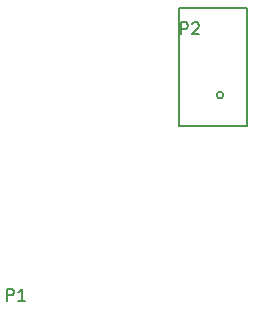
<source format=gbr>
*
%LPD*%
%LNChip Antenna-F.SilkS*%
%FSLAX25Y25*%
%MOIN*%
%AD*%
%AD*%
%ADD27C,0.005905512*%
G54D27*
%SRX1Y1I0.0J0.0*%
G1X148953Y48772D2*
G75*
G3X148953Y48772I-1114J0D1*
G74*
G1X156698Y38457D2*
G1X134178Y38457D1*
G1X156737Y77945D2*
G1X134178Y77945D1*
G1X134217Y77866D1*
G1X134178Y77906D2*
G1X134178Y38535D1*
G1X156776Y77906D2*
G1X156776Y38535D1*
G1X76850Y-19742D2*
G1X76850Y-15805D1*
G1X78350Y-15805D1*
G1X78725Y-15992D1*
G1X78912Y-16180D1*
G1X79100Y-16555D1*
G1X79100Y-17117D1*
G1X78912Y-17492D1*
G1X78725Y-17679D1*
G1X78350Y-17867D1*
G1X76850Y-17867D1*
G1X82849Y-19742D2*
G1X80600Y-19742D1*
G1X81724Y-19742D2*
G1X81724Y-15805D1*
G1X81349Y-16367D1*
G1X80974Y-16742D1*
G1X80600Y-16930D1*
G1X134889Y69085D2*
G1X134889Y73022D1*
G1X136389Y73022D1*
G1X136764Y72835D1*
G1X136952Y72647D1*
G1X137139Y72272D1*
G1X137139Y71710D1*
G1X136952Y71335D1*
G1X136764Y71147D1*
G1X136389Y70960D1*
G1X134889Y70960D1*
G1X138639Y72647D2*
G1X138826Y72835D1*
G1X139201Y73022D1*
G1X140139Y73022D1*
G1X140514Y72835D1*
G1X140701Y72647D1*
G1X140889Y72272D1*
G1X140889Y71897D1*
G1X140701Y71335D1*
G1X138451Y69085D1*
G1X140889Y69085D1*
M2*

</source>
